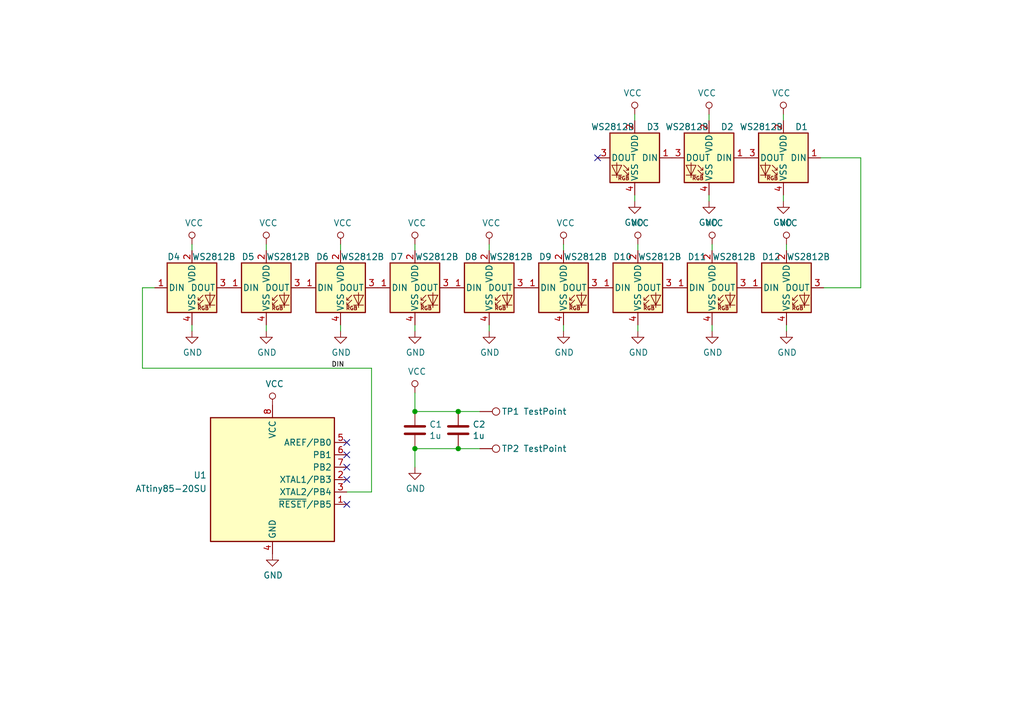
<source format=kicad_sch>
(kicad_sch (version 20211123) (generator eeschema)
  (paper "A5")
  (title_block (title "ringDemo for Laser4DIY") (date "2022-03-28") (rev "A") (company "Laser4DIY") (comment 1 "PCB by @tinyledmatrix") (comment 2 "Laser 4 DIY: @laser4diy"))
  (lib_symbols
    (symbol "Connector:TestPoint" (pin_numbers hide) (pin_names (offset 0.762) hide)
      (property "Reference" "TP" (at 0 6.858 0))
      (property "Value" "TestPoint" (at 0 5.08 0))
      (symbol "TestPoint_0_1"
        (circle (center 0 3.302) (radius 0.762))
      )
      (symbol "TestPoint_1_1"
        (pin passive line (at 0 0 90) (length 2.54) (name "1") (number "1"))
      )
    )
    (symbol "Device:C" (pin_numbers hide) (pin_names (offset 0.254))
      (property "Reference" "C" (at 0.635 2.54 0))
      (property "Value" "C" (at 0.635 -2.54 0))
      (symbol "C_0_1"
        (polyline (pts (xy -2.032 -0.762) (xy 2.032 -0.762)) (stroke (width 0.508)))
        (polyline (pts (xy -2.032 0.762) (xy 2.032 0.762)) (stroke (width 0.508)))
      )
      (symbol "C_1_1"
        (pin passive line (at 0 3.81 270) (length 2.794) (name "~") (number "1"))
        (pin passive line (at 0 -3.81 90) (length 2.794) (name "~") (number "2"))
      )
    )
    (symbol "MCU_Microchip_ATtiny:ATtiny85-20SU"
      (property "Reference" "U" (at -12.7 13.97 0))
      (property "Value" "ATtiny85-20SU" (at 2.54 -13.97 0))
      (symbol "ATtiny85-20SU_0_1"
        (rectangle (start -12.7 -12.7) (end 12.7 12.7) (stroke (width 0.254)) (fill (type background)))
      )
      (symbol "ATtiny85-20SU_1_1"
        (pin bidirectional line (at 15.24 -5.08 180) (length 2.54) (name "~{RESET}/PB5") (number "1"))
        (pin bidirectional line (at 15.24 0 180) (length 2.54) (name "XTAL1/PB3") (number "2"))
        (pin bidirectional line (at 15.24 -2.54 180) (length 2.54) (name "XTAL2/PB4") (number "3"))
        (pin power_in line (at 0 -15.24 90) (length 2.54) (name "GND") (number "4"))
        (pin bidirectional line (at 15.24 7.62 180) (length 2.54) (name "AREF/PB0") (number "5"))
        (pin bidirectional line (at 15.24 5.08 180) (length 2.54) (name "PB1") (number "6"))
        (pin bidirectional line (at 15.24 2.54 180) (length 2.54) (name "PB2") (number "7"))
        (pin power_in line (at 0 15.24 270) (length 2.54) (name "VCC") (number "8"))
      )
    )
    (symbol "ownLEDs:SK6805-EC15" (pin_names (offset 0.254))
      (property "Reference" "D38" (at -6.35 8.89 0))
      (property "Value" "SK6805-EC15" (at -6.985 6.985 0))
      (symbol "SK6805-EC15_0_0"
        (text "RGB" (at 2.286 -4.191 0) (effects (font (size 0.762 0.762))))
      )
      (symbol "SK6805-EC15_0_1"
        (polyline (pts (xy 1.27 -3.556) (xy 1.778 -3.556)))
        (polyline (pts (xy 1.27 -2.54) (xy 1.778 -2.54)))
        (polyline (pts (xy 4.699 -3.556) (xy 2.667 -3.556)))
        (polyline (pts (xy 2.286 -2.54) (xy 1.27 -3.556) (xy 1.27 -3.048)))
        (polyline (pts (xy 2.286 -1.524) (xy 1.27 -2.54) (xy 1.27 -2.032)))
        (polyline (pts (xy 3.683 -1.016) (xy 3.683 -3.556) (xy 3.683 -4.064)))
        (polyline (pts (xy 4.699 -1.524) (xy 2.667 -1.524) (xy 3.683 -3.556) (xy 4.699 -1.524)))
        (rectangle (start 5.08 5.08) (end -5.08 -5.08) (stroke (width 0.254)) (fill (type background)))
      )
      (symbol "SK6805-EC15_1_1"
        (pin input line (at -7.62 0 0) (length 2.54) (name "DIN") (number "1"))
        (pin power_in line (at 0 7.62 270) (length 2.54) (name "VDD") (number "2"))
        (pin output line (at 7.62 0 180) (length 2.54) (name "DOUT") (number "3"))
        (pin power_in line (at 0 -7.62 90) (length 2.54) (name "VSS") (number "4"))
      )
    )
    (symbol "power:GND" (power) (pin_names (offset 0))
      (property "Value" "GND" (at 0 -3.81 0))
      (symbol "GND_0_1"
        (polyline (pts (xy 0 0) (xy 0 -1.27) (xy 1.27 -1.27) (xy 0 -2.54) (xy -1.27 -1.27) (xy 0 -1.27)))
      )
      (symbol "GND_1_1"
        (pin power_in line (at 0 0 270) (length 0) hide (name "GND") (number "1"))
      )
    )
    (symbol "power:VCC" (power) (pin_names (offset 0))
      (property "Value" "VCC" (at 0 3.81 0))
      (symbol "VCC_0_1"
        (polyline (pts (xy 0 0) (xy 0 1.27)))
        (circle (center 0 1.905) (radius 0.635))
      )
      (symbol "VCC_1_1"
        (pin power_in line (at 0 0 90) (length 0) hide (name "VCC") (number "1"))
      )
    )
  )
  (junction (at 85.09 92.075))
  (junction (at 85.09 84.455))
  (junction (at 93.98 92.075))
  (junction (at 93.98 84.455))
  (no_connect (at 71.12 90.805))
  (no_connect (at 71.12 95.885))
  (no_connect (at 71.12 93.345))
  (no_connect (at 71.12 103.505))
  (no_connect (at 71.12 98.425))
  (no_connect (at 122.555 32.385))
  (wire (pts (xy 146.05 50.165) (xy 146.05 51.435)))
  (wire (pts (xy 39.37 50.165) (xy 39.37 51.435)))
  (wire (pts (xy 69.85 50.165) (xy 69.85 51.435)))
  (wire (pts (xy 130.175 41.275) (xy 130.175 40.005)))
  (wire (pts (xy 85.09 67.945) (xy 85.09 66.675)))
  (wire (pts (xy 85.09 80.645) (xy 85.09 84.455)))
  (wire (pts (xy 161.29 50.165) (xy 161.29 51.435)))
  (wire (pts (xy 85.09 92.075) (xy 93.98 92.075)))
  (wire (pts (xy 93.98 92.075) (xy 98.425 92.075)))
  (wire (pts (xy 168.275 32.385) (xy 176.53 32.385)))
  (wire (pts (xy 146.05 67.945) (xy 146.05 66.675)))
  (wire (pts (xy 100.33 50.165) (xy 100.33 51.435)))
  (wire (pts (xy 31.75 59.055) (xy 29.21 59.055)))
  (wire (pts (xy 100.33 67.945) (xy 100.33 66.675)))
  (wire (pts (xy 115.57 50.165) (xy 115.57 51.435)))
  (wire (pts (xy 54.61 50.165) (xy 54.61 51.435)))
  (wire (pts (xy 115.57 67.945) (xy 115.57 66.675)))
  (wire (pts (xy 54.61 67.945) (xy 54.61 66.675)))
  (wire (pts (xy 76.2 100.965) (xy 71.12 100.965)))
  (wire (pts (xy 29.21 75.565) (xy 76.2 75.565)))
  (wire (pts (xy 168.91 59.055) (xy 176.53 59.055)))
  (wire (pts (xy 69.85 67.945) (xy 69.85 66.675)))
  (wire (pts (xy 130.81 50.165) (xy 130.81 51.435)))
  (wire (pts (xy 145.415 23.495) (xy 145.415 24.765)))
  (wire (pts (xy 29.21 59.055) (xy 29.21 75.565)))
  (wire (pts (xy 130.81 67.945) (xy 130.81 66.675)))
  (wire (pts (xy 85.09 84.455) (xy 93.98 84.455)))
  (wire (pts (xy 176.53 32.385) (xy 176.53 59.055)))
  (wire (pts (xy 93.98 84.455) (xy 98.425 84.455)))
  (wire (pts (xy 85.09 50.165) (xy 85.09 51.435)))
  (wire (pts (xy 130.175 23.495) (xy 130.175 24.765)))
  (wire (pts (xy 76.2 75.565) (xy 76.2 100.965)))
  (wire (pts (xy 39.37 67.945) (xy 39.37 66.675)))
  (wire (pts (xy 160.655 41.275) (xy 160.655 40.005)))
  (wire (pts (xy 145.415 41.275) (xy 145.415 40.005)))
  (wire (pts (xy 160.655 23.495) (xy 160.655 24.765)))
  (wire (pts (xy 161.29 67.945) (xy 161.29 66.675)))
  (wire (pts (xy 85.09 95.885) (xy 85.09 92.075)))
  (label "DIN" (at 67.945 75.565 0) (effects (font (size 0.9906 0.9906))))
  (symbol (lib_id "ownLEDs:SK6805-EC15") (at 160.655 32.385 0) (mirror y) (unit 1)
    (property "Reference" "D1" (at 165.735 26.035 0) (effects (justify left)))
    (property "Value" "WS2812B" (at 160.655 26.035 0) (effects (justify left)))
    (property "Footprint" "ownLEDs:LED_SK6812_EC15_1.5x1.5mm_modRounded" (effects hide))
    (property "Datasheet" "https://cdn-shop.adafruit.com/datasheets/WS2812B.pdf" (effects hide))
  )
  (symbol (lib_id "power:VCC") (at 160.655 23.495 0) (mirror y) (unit 1)
    (property "Reference" "#PWR0101" (effects hide))
    (property "Value" "VCC" (at 160.2232 19.1008 0))
  )
  (symbol (lib_id "power:GND") (at 160.655 41.275 0) (mirror y) (unit 1)
    (property "Reference" "#PWR0102" (effects hide))
    (property "Value" "GND" (at 160.528 45.6692 0))
  )
  (symbol (lib_id "ownLEDs:SK6805-EC15") (at 145.415 32.385 0) (mirror y) (unit 1)
    (property "Reference" "D2" (at 150.495 26.035 0) (effects (justify left)))
    (property "Value" "WS2812B" (at 145.415 26.035 0) (effects (justify left)))
    (property "Footprint" "ownLEDs:LED_SK6812_EC15_1.5x1.5mm_modRounded" (effects hide))
    (property "Datasheet" "https://cdn-shop.adafruit.com/datasheets/WS2812B.pdf" (effects hide))
  )
  (symbol (lib_id "power:VCC") (at 145.415 23.495 0) (mirror y) (unit 1)
    (property "Reference" "#PWR0103" (effects hide))
    (property "Value" "VCC" (at 144.9832 19.1008 0))
  )
  (symbol (lib_id "power:GND") (at 145.415 41.275 0) (mirror y) (unit 1)
    (property "Reference" "#PWR0104" (effects hide))
    (property "Value" "GND" (at 145.288 45.6692 0))
  )
  (symbol (lib_id "ownLEDs:SK6805-EC15") (at 130.175 32.385 0) (mirror y) (unit 1)
    (property "Reference" "D3" (at 135.255 26.035 0) (effects (justify left)))
    (property "Value" "WS2812B" (at 130.175 26.035 0) (effects (justify left)))
    (property "Footprint" "ownLEDs:LED_SK6812_EC15_1.5x1.5mm_modRounded" (effects hide))
    (property "Datasheet" "https://cdn-shop.adafruit.com/datasheets/WS2812B.pdf" (effects hide))
  )
  (symbol (lib_id "power:VCC") (at 130.175 23.495 0) (mirror y) (unit 1)
    (property "Reference" "#PWR01" (effects hide))
    (property "Value" "VCC" (at 129.7432 19.1008 0))
  )
  (symbol (lib_id "power:GND") (at 130.175 41.275 0) (mirror y) (unit 1)
    (property "Reference" "#PWR011" (effects hide))
    (property "Value" "GND" (at 130.048 45.6692 0))
  )
  (symbol (lib_id "ownLEDs:SK6805-EC15") (at 39.37 59.055 0) (unit 1)
    (property "Reference" "D4" (at 34.29 52.705 0) (effects (justify left)))
    (property "Value" "WS2812B" (at 39.37 52.705 0) (effects (justify left)))
    (property "Footprint" "ownLEDs:LED_SK6812_EC15_1.5x1.5mm_modRounded" (effects hide))
    (property "Datasheet" "https://cdn-shop.adafruit.com/datasheets/WS2812B.pdf" (effects hide))
  )
  (symbol (lib_id "power:VCC") (at 39.37 50.165 0) (unit 1)
    (property "Reference" "#PWR02" (effects hide))
    (property "Value" "VCC" (at 39.8018 45.7708 0))
  )
  (symbol (lib_id "power:GND") (at 39.37 67.945 0) (unit 1)
    (property "Reference" "#PWR012" (effects hide))
    (property "Value" "GND" (at 39.497 72.3392 0))
  )
  (symbol (lib_id "ownLEDs:SK6805-EC15") (at 54.61 59.055 0) (unit 1)
    (property "Reference" "D5" (at 49.53 52.705 0) (effects (justify left)))
    (property "Value" "WS2812B" (at 54.61 52.705 0) (effects (justify left)))
    (property "Footprint" "ownLEDs:LED_SK6812_EC15_1.5x1.5mm_modRounded" (effects hide))
    (property "Datasheet" "https://cdn-shop.adafruit.com/datasheets/WS2812B.pdf" (effects hide))
  )
  (symbol (lib_id "power:VCC") (at 54.61 50.165 0) (unit 1)
    (property "Reference" "#PWR03" (effects hide))
    (property "Value" "VCC" (at 55.0418 45.7708 0))
  )
  (symbol (lib_id "power:GND") (at 54.61 67.945 0) (unit 1)
    (property "Reference" "#PWR013" (effects hide))
    (property "Value" "GND" (at 54.737 72.3392 0))
  )
  (symbol (lib_id "ownLEDs:SK6805-EC15") (at 69.85 59.055 0) (unit 1)
    (property "Reference" "D6" (at 64.77 52.705 0) (effects (justify left)))
    (property "Value" "WS2812B" (at 69.85 52.705 0) (effects (justify left)))
    (property "Footprint" "ownLEDs:LED_SK6812_EC15_1.5x1.5mm_modRounded" (effects hide))
    (property "Datasheet" "https://cdn-shop.adafruit.com/datasheets/WS2812B.pdf" (effects hide))
  )
  (symbol (lib_id "power:VCC") (at 69.85 50.165 0) (unit 1)
    (property "Reference" "#PWR04" (effects hide))
    (property "Value" "VCC" (at 70.2818 45.7708 0))
  )
  (symbol (lib_id "power:GND") (at 69.85 67.945 0) (unit 1)
    (property "Reference" "#PWR014" (effects hide))
    (property "Value" "GND" (at 69.977 72.3392 0))
  )
  (symbol (lib_id "ownLEDs:SK6805-EC15") (at 85.09 59.055 0) (unit 1)
    (property "Reference" "D7" (at 80.01 52.705 0) (effects (justify left)))
    (property "Value" "WS2812B" (at 85.09 52.705 0) (effects (justify left)))
    (property "Footprint" "ownLEDs:LED_SK6812_EC15_1.5x1.5mm_modRounded" (effects hide))
    (property "Datasheet" "https://cdn-shop.adafruit.com/datasheets/WS2812B.pdf" (effects hide))
  )
  (symbol (lib_id "power:VCC") (at 85.09 50.165 0) (unit 1)
    (property "Reference" "#PWR05" (effects hide))
    (property "Value" "VCC" (at 85.5218 45.7708 0))
  )
  (symbol (lib_id "power:GND") (at 85.09 67.945 0) (unit 1)
    (property "Reference" "#PWR015" (effects hide))
    (property "Value" "GND" (at 85.217 72.3392 0))
  )
  (symbol (lib_id "ownLEDs:SK6805-EC15") (at 100.33 59.055 0) (unit 1)
    (property "Reference" "D8" (at 95.25 52.705 0) (effects (justify left)))
    (property "Value" "WS2812B" (at 100.33 52.705 0) (effects (justify left)))
    (property "Footprint" "ownLEDs:LED_SK6812_EC15_1.5x1.5mm_modRounded" (effects hide))
    (property "Datasheet" "https://cdn-shop.adafruit.com/datasheets/WS2812B.pdf" (effects hide))
  )
  (symbol (lib_id "power:VCC") (at 100.33 50.165 0) (unit 1)
    (property "Reference" "#PWR06" (effects hide))
    (property "Value" "VCC" (at 100.7618 45.7708 0))
  )
  (symbol (lib_id "power:GND") (at 100.33 67.945 0) (unit 1)
    (property "Reference" "#PWR016" (effects hide))
    (property "Value" "GND" (at 100.457 72.3392 0))
  )
  (symbol (lib_id "ownLEDs:SK6805-EC15") (at 115.57 59.055 0) (unit 1)
    (property "Reference" "D9" (at 110.49 52.705 0) (effects (justify left)))
    (property "Value" "WS2812B" (at 115.57 52.705 0) (effects (justify left)))
    (property "Footprint" "ownLEDs:LED_SK6812_EC15_1.5x1.5mm_modRounded" (effects hide))
    (property "Datasheet" "https://cdn-shop.adafruit.com/datasheets/WS2812B.pdf" (effects hide))
  )
  (symbol (lib_id "power:VCC") (at 115.57 50.165 0) (unit 1)
    (property "Reference" "#PWR07" (effects hide))
    (property "Value" "VCC" (at 116.0018 45.7708 0))
  )
  (symbol (lib_id "power:GND") (at 115.57 67.945 0) (unit 1)
    (property "Reference" "#PWR017" (effects hide))
    (property "Value" "GND" (at 115.697 72.3392 0))
  )
  (symbol (lib_id "ownLEDs:SK6805-EC15") (at 130.81 59.055 0) (unit 1)
    (property "Reference" "D10" (at 125.73 52.705 0) (effects (justify left)))
    (property "Value" "WS2812B" (at 130.81 52.705 0) (effects (justify left)))
    (property "Footprint" "ownLEDs:LED_SK6812_EC15_1.5x1.5mm_modRounded" (effects hide))
    (property "Datasheet" "https://cdn-shop.adafruit.com/datasheets/WS2812B.pdf" (effects hide))
  )
  (symbol (lib_id "power:VCC") (at 130.81 50.165 0) (unit 1)
    (property "Reference" "#PWR08" (effects hide))
    (property "Value" "VCC" (at 131.2418 45.7708 0))
  )
  (symbol (lib_id "power:GND") (at 130.81 67.945 0) (unit 1)
    (property "Reference" "#PWR018" (effects hide))
    (property "Value" "GND" (at 130.937 72.3392 0))
  )
  (symbol (lib_id "ownLEDs:SK6805-EC15") (at 146.05 59.055 0) (unit 1)
    (property "Reference" "D11" (at 140.97 52.705 0) (effects (justify left)))
    (property "Value" "WS2812B" (at 146.05 52.705 0) (effects (justify left)))
    (property "Footprint" "ownLEDs:LED_SK6812_EC15_1.5x1.5mm_modRounded" (effects hide))
    (property "Datasheet" "https://cdn-shop.adafruit.com/datasheets/WS2812B.pdf" (effects hide))
  )
  (symbol (lib_id "power:VCC") (at 146.05 50.165 0) (unit 1)
    (property "Reference" "#PWR09" (effects hide))
    (property "Value" "VCC" (at 146.4818 45.7708 0))
  )
  (symbol (lib_id "power:GND") (at 146.05 67.945 0) (unit 1)
    (property "Reference" "#PWR019" (effects hide))
    (property "Value" "GND" (at 146.177 72.3392 0))
  )
  (symbol (lib_id "ownLEDs:SK6805-EC15") (at 161.29 59.055 0) (unit 1)
    (property "Reference" "D12" (at 156.21 52.705 0) (effects (justify left)))
    (property "Value" "WS2812B" (at 161.29 52.705 0) (effects (justify left)))
    (property "Footprint" "ownLEDs:LED_SK6812_EC15_1.5x1.5mm_modRounded" (effects hide))
    (property "Datasheet" "https://cdn-shop.adafruit.com/datasheets/WS2812B.pdf" (effects hide))
  )
  (symbol (lib_id "power:VCC") (at 161.29 50.165 0) (unit 1)
    (property "Reference" "#PWR010" (effects hide))
    (property "Value" "VCC" (at 161.7218 45.7708 0))
  )
  (symbol (lib_id "power:GND") (at 161.29 67.945 0) (unit 1)
    (property "Reference" "#PWR020" (effects hide))
    (property "Value" "GND" (at 161.417 72.3392 0))
  )
  (symbol (lib_id "Device:C") (at 85.09 88.265 0) (unit 1)
    (property "Reference" "C1" (at 88.011 87.0966 0) (effects (justify left)))
    (property "Value" "1u" (at 88.011 89.408 0) (effects (justify left)))
    (property "Footprint" "dipolMods:C_0402_min" (effects hide))
  )
  (symbol (lib_id "Device:C") (at 93.98 88.265 0) (unit 1)
    (property "Reference" "C2" (at 96.901 87.0966 0) (effects (justify left)))
    (property "Value" "1u" (at 96.901 89.408 0) (effects (justify left)))
    (property "Footprint" "dipolMods:C_0402_min" (effects hide))
  )
  (symbol (lib_id "power:GND") (at 85.09 95.885 0) (unit 1)
    (property "Reference" "#PWR022" (effects hide))
    (property "Value" "GND" (at 85.217 100.2792 0))
  )
  (symbol (lib_id "power:VCC") (at 85.09 80.645 0) (unit 1)
    (property "Reference" "#PWR021" (effects hide))
    (property "Value" "VCC" (at 85.5218 76.2508 0))
  )
  (symbol (lib_id "power:GND") (at 55.88 113.665 0) (unit 1)
    (property "Reference" "#PWR0106" (effects hide))
    (property "Value" "GND" (at 56.007 118.0592 0))
  )
  (symbol (lib_id "Connector:TestPoint") (at 98.425 84.455 270) (unit 1)
    (property "Reference" "TP1" (at 102.87 84.455 90) (effects (justify left)))
    (property "Value" "TestPoint" (at 107.315 84.455 90) (effects (justify left)))
    (property "Footprint" "TestPoint:TestPoint_Pad_D1.0mm" (effects hide))
  )
  (symbol (lib_id "power:VCC") (at 55.88 83.185 0) (unit 1)
    (property "Reference" "#PWR0105" (effects hide))
    (property "Value" "VCC" (at 56.3118 78.7908 0))
  )
  (symbol (lib_id "Connector:TestPoint") (at 98.425 92.075 270) (unit 1)
    (property "Reference" "TP2" (at 102.87 92.075 90) (effects (justify left)))
    (property "Value" "TestPoint" (at 107.315 92.075 90) (effects (justify left)))
    (property "Footprint" "TestPoint:TestPoint_Pad_D1.0mm" (effects hide))
  )
  (symbol (lib_id "MCU_Microchip_ATtiny:ATtiny85-20SU") (at 55.88 98.425 0) (unit 1)
    (property "Reference" "U1" (at 42.418 97.5165 0) (effects (justify right)))
    (property "Value" "ATtiny85-20SU" (at 42.418 100.2916 0) (effects (justify right)))
    (property "Footprint" "Package_SO:SOIJ-8_5.3x5.3mm_P1.27mm" (effects hide))
    (property "Datasheet" "http://ww1.microchip.com/downloads/en/DeviceDoc/atmel-2586-avr-8-bit-microcontroller-attiny25-attiny45-attiny85_datasheet.pdf" (effects hide))
  )
)
</source>
